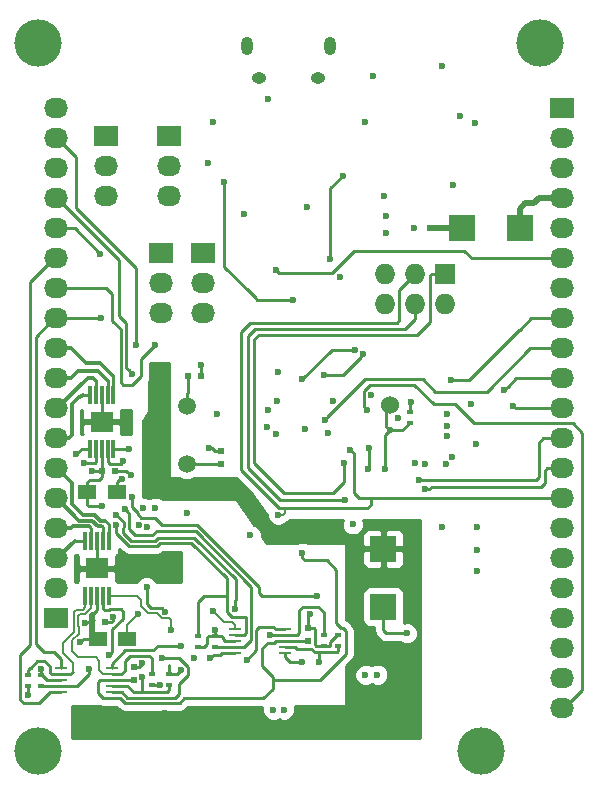
<source format=gbl>
G04 #@! TF.FileFunction,Copper,L4,Bot,Signal*
%FSLAX46Y46*%
G04 Gerber Fmt 4.6, Leading zero omitted, Abs format (unit mm)*
G04 Created by KiCad (PCBNEW 4.0.5) date Mon Feb 27 06:48:06 2017*
%MOMM*%
%LPD*%
G01*
G04 APERTURE LIST*
%ADD10C,0.100000*%
%ADD11R,1.100000X0.250000*%
%ADD12R,0.500000X0.600000*%
%ADD13R,1.500000X1.250000*%
%ADD14R,0.600000X0.500000*%
%ADD15R,2.160000X2.260000*%
%ADD16R,2.260000X2.160000*%
%ADD17R,2.032000X1.727200*%
%ADD18O,2.032000X1.727200*%
%ADD19O,1.250000X0.950000*%
%ADD20O,1.000000X1.550000*%
%ADD21R,1.727200X1.727200*%
%ADD22O,1.727200X1.727200*%
%ADD23R,0.600000X0.400000*%
%ADD24R,0.300000X1.650000*%
%ADD25R,1.980000X1.730000*%
%ADD26C,1.524000*%
%ADD27C,1.501140*%
%ADD28C,4.000000*%
%ADD29C,0.600000*%
%ADD30C,0.250000*%
%ADD31C,0.160000*%
%ADD32C,0.500000*%
%ADD33C,0.300000*%
%ADD34C,0.254000*%
G04 APERTURE END LIST*
D10*
D11*
X119150000Y-81650000D03*
X119150000Y-81150000D03*
X119150000Y-80650000D03*
X119150000Y-80150000D03*
X119150000Y-79650000D03*
X123450000Y-79650000D03*
X123450000Y-80150000D03*
X123450000Y-80650000D03*
X123450000Y-81150000D03*
X123450000Y-81650000D03*
D12*
X110600000Y-83950000D03*
X110600000Y-82850000D03*
X125350000Y-80650000D03*
X125350000Y-79550000D03*
D13*
X106700000Y-68050000D03*
X109200000Y-68050000D03*
X107550000Y-80500000D03*
X110050000Y-80500000D03*
D14*
X107100000Y-79000000D03*
X108200000Y-79000000D03*
X107900000Y-66250000D03*
X109000000Y-66250000D03*
D12*
X118000000Y-65650000D03*
X118000000Y-64550000D03*
D14*
X115200000Y-58250000D03*
X116300000Y-58250000D03*
D15*
X143300000Y-45700000D03*
X138400000Y-45700000D03*
D16*
X131750000Y-72850000D03*
X131750000Y-77750000D03*
D17*
X104000000Y-78740000D03*
D18*
X104000000Y-76200000D03*
X104000000Y-73660000D03*
X104000000Y-71120000D03*
X104000000Y-68580000D03*
X104000000Y-66040000D03*
X104000000Y-63500000D03*
X104000000Y-60960000D03*
X104000000Y-58420000D03*
X104000000Y-55880000D03*
X104000000Y-53340000D03*
X104000000Y-50800000D03*
X104000000Y-48260000D03*
X104000000Y-45720000D03*
X104000000Y-43180000D03*
X104000000Y-40640000D03*
X104000000Y-38100000D03*
X104000000Y-35560000D03*
D17*
X108300000Y-37860000D03*
D18*
X108300000Y-40400000D03*
X108300000Y-42940000D03*
D19*
X126200900Y-32962540D03*
X121200900Y-32962540D03*
D20*
X127200900Y-30262540D03*
X120200900Y-30262540D03*
D17*
X113600000Y-37860000D03*
D18*
X113600000Y-40400000D03*
X113600000Y-42940000D03*
D17*
X146900000Y-35560000D03*
D18*
X146900000Y-38100000D03*
X146900000Y-40640000D03*
X146900000Y-43180000D03*
X146900000Y-45720000D03*
X146900000Y-48260000D03*
X146900000Y-50800000D03*
X146900000Y-53340000D03*
X146900000Y-55880000D03*
X146900000Y-58420000D03*
X146900000Y-60960000D03*
X146900000Y-63500000D03*
X146900000Y-66040000D03*
X146900000Y-68580000D03*
X146900000Y-71120000D03*
X146900000Y-73660000D03*
X146900000Y-76200000D03*
X146900000Y-78740000D03*
X146900000Y-81280000D03*
X146900000Y-83820000D03*
X146900000Y-86360000D03*
D17*
X112900000Y-47800000D03*
D18*
X112900000Y-50340000D03*
X112900000Y-52880000D03*
D17*
X116500000Y-47820000D03*
D18*
X116500000Y-50360000D03*
X116500000Y-52900000D03*
D21*
X136940000Y-49600000D03*
D22*
X136940000Y-52140000D03*
X134400000Y-49600000D03*
X134400000Y-52140000D03*
X131860000Y-49600000D03*
X131860000Y-52140000D03*
D23*
X127900000Y-81050000D03*
X127900000Y-80150000D03*
X117500000Y-81150000D03*
X117500000Y-80250000D03*
X101650000Y-83550000D03*
X101650000Y-84450000D03*
X112150000Y-83450000D03*
X112150000Y-84350000D03*
X116050000Y-80250000D03*
X116050000Y-81150000D03*
X102750000Y-84450000D03*
X102750000Y-83550000D03*
X126700000Y-80150000D03*
X126700000Y-81050000D03*
X113600000Y-84350000D03*
X113600000Y-83450000D03*
X134000000Y-61250000D03*
X134000000Y-62150000D03*
D11*
X104450000Y-84950000D03*
X104450000Y-84450000D03*
X104450000Y-83950000D03*
X104450000Y-83450000D03*
X104450000Y-82950000D03*
X108750000Y-82950000D03*
X108750000Y-83450000D03*
X108750000Y-83950000D03*
X108750000Y-84450000D03*
X108750000Y-84950000D03*
D24*
X108900000Y-64400000D03*
X108400000Y-64400000D03*
X107900000Y-64400000D03*
X107400000Y-64400000D03*
X106900000Y-64400000D03*
X106900000Y-59800000D03*
X107400000Y-59800000D03*
X107900000Y-59800000D03*
X108400000Y-59800000D03*
X108900000Y-59800000D03*
D25*
X107900000Y-62100000D03*
D24*
X108500000Y-76800000D03*
X108000000Y-76800000D03*
X107500000Y-76800000D03*
X107000000Y-76800000D03*
X106500000Y-76800000D03*
X106500000Y-72200000D03*
X107000000Y-72200000D03*
X107500000Y-72200000D03*
X108000000Y-72200000D03*
X108500000Y-72200000D03*
D25*
X107500000Y-74500000D03*
D26*
X132300000Y-60700000D03*
D27*
X115100000Y-65640940D03*
X115100000Y-60759060D03*
D28*
X102500000Y-30000000D03*
X145000000Y-30000000D03*
X140000000Y-90000000D03*
X102500000Y-90000000D03*
D29*
X138250000Y-36200000D03*
X124900000Y-73200000D03*
X127050000Y-63050000D03*
X122750000Y-60300000D03*
X128100000Y-49850000D03*
X137050000Y-65700000D03*
X137600000Y-65100000D03*
X137150000Y-61450000D03*
X134100001Y-60418585D03*
X139550000Y-36800000D03*
X136700000Y-32000000D03*
X115100000Y-69800000D03*
X137650000Y-42050000D03*
X134350000Y-45700000D03*
X122000000Y-34750000D03*
X110950000Y-78350000D03*
X113550000Y-73350000D03*
X113550000Y-74000000D03*
X109650000Y-75350000D03*
X109650000Y-73650000D03*
X109650000Y-74550000D03*
X110000000Y-62800000D03*
X110000000Y-61450000D03*
X110000000Y-62100000D03*
X111059696Y-70795334D03*
X110374990Y-66622506D03*
X111705833Y-70974990D03*
X109600000Y-66950000D03*
X117500000Y-79700000D03*
X125500000Y-78400000D03*
X114600000Y-83100000D03*
X108903284Y-78575011D03*
X101650000Y-85250000D03*
X112799998Y-84350000D03*
X111315469Y-82525022D03*
X102750000Y-83000000D03*
X131250000Y-83500000D03*
X133750000Y-80000000D03*
X130225000Y-83525000D03*
X129150000Y-70775000D03*
X133023710Y-61733872D03*
X130700000Y-59800000D03*
X117650000Y-61400000D03*
X122000000Y-61100000D03*
X137150000Y-62450000D03*
X137141535Y-63261905D03*
X135252803Y-65636702D03*
X116300000Y-57300000D03*
X135700000Y-45700000D03*
X127500000Y-60300000D03*
X123350000Y-86450000D03*
X122400000Y-86500000D03*
X117000000Y-64300000D03*
X139200000Y-60600000D03*
X139600000Y-64000000D03*
X134400000Y-65600000D03*
X119982500Y-44517500D03*
X125300000Y-43900000D03*
X116900000Y-40200000D03*
X132000000Y-46100000D03*
X132000000Y-44700000D03*
X131800000Y-43000000D03*
X130900000Y-32800000D03*
X130200000Y-36700000D03*
X117300000Y-36700000D03*
X130400000Y-61100000D03*
X124100000Y-51750000D03*
X118250000Y-41750000D03*
X139700000Y-74700000D03*
X139700000Y-72950000D03*
X139700000Y-71000000D03*
X106449999Y-79103991D03*
X107950000Y-69250000D03*
X107050000Y-66250000D03*
X106100000Y-80750000D03*
X136750000Y-71000000D03*
X112450000Y-69350000D03*
X111400000Y-69350000D03*
X113250000Y-58000000D03*
X112450000Y-58150000D03*
X113100000Y-58800000D03*
X113250000Y-86775010D03*
X107000000Y-86750000D03*
X124850000Y-82450000D03*
X122800000Y-57900000D03*
X117300000Y-78100000D03*
X110474361Y-58024981D03*
X115702707Y-82125010D03*
X142748101Y-60741381D03*
X130060859Y-56378372D03*
X126700000Y-58100000D03*
X141971565Y-59428435D03*
X129349431Y-56012463D03*
X124900000Y-58500000D03*
X120200000Y-82250000D03*
X121900000Y-62525010D03*
X113049989Y-82050000D03*
X122700000Y-63150000D03*
X107800000Y-47900000D03*
X107850000Y-53300000D03*
X125100000Y-62700000D03*
X114600000Y-81050000D03*
X112400000Y-55600000D03*
X131875010Y-66125010D03*
X132300000Y-62800000D03*
X128500000Y-68700000D03*
X135250000Y-67750000D03*
X130425048Y-66108562D03*
X130500000Y-64300000D03*
X128400000Y-65600000D03*
X134750000Y-67000000D03*
X122850000Y-69950000D03*
X120500000Y-71700000D03*
X128950000Y-64450000D03*
X126800000Y-61900000D03*
X137450000Y-58550000D03*
X127270191Y-48325010D03*
X128300000Y-41300000D03*
X122650000Y-49200000D03*
X110795741Y-55547358D03*
X117113593Y-82125010D03*
X113300000Y-78150000D03*
X111700000Y-76100000D03*
X110450002Y-68450000D03*
X110250000Y-64400000D03*
X126150000Y-76850000D03*
X126300000Y-82450000D03*
X109843652Y-69451587D03*
X109750000Y-65400000D03*
X105750000Y-64850000D03*
X109150000Y-70850000D03*
X106800000Y-83050000D03*
X108550000Y-81800000D03*
X119228760Y-77974990D03*
X109150000Y-69950000D03*
X106410859Y-65592403D03*
X122150000Y-80150000D03*
X113800000Y-79750000D03*
X111350000Y-83700000D03*
D30*
X122400000Y-83700000D02*
X122400000Y-83950000D01*
X122400000Y-83950000D02*
X122400000Y-84700000D01*
X126950000Y-73800000D02*
X127750000Y-74600000D01*
X124900000Y-73200000D02*
X124900000Y-73624264D01*
X124900000Y-73624264D02*
X125075736Y-73800000D01*
X125075736Y-73800000D02*
X126950000Y-73800000D01*
X128350000Y-79550000D02*
X128600000Y-79800000D01*
X128600000Y-79800000D02*
X128600000Y-81750000D01*
X127750000Y-74600000D02*
X127750000Y-79150000D01*
X128150000Y-79550000D02*
X128350000Y-79550000D01*
X127750000Y-79150000D02*
X128150000Y-79550000D01*
X128600000Y-81750000D02*
X126400000Y-83950000D01*
X126400000Y-83950000D02*
X122400000Y-83950000D01*
X123450000Y-80650000D02*
X122650000Y-80650000D01*
X121500000Y-82800000D02*
X122400000Y-83700000D01*
X122650000Y-80650000D02*
X122500000Y-80800000D01*
X107750000Y-83950000D02*
X108750000Y-83950000D01*
X114500000Y-85900000D02*
X109900000Y-85900000D01*
X122500000Y-80800000D02*
X121950000Y-80800000D01*
X107989998Y-85450000D02*
X107550000Y-85010002D01*
X121950000Y-80800000D02*
X121500000Y-81250000D01*
X109450000Y-85450000D02*
X107989998Y-85450000D01*
X121600000Y-85500000D02*
X114900000Y-85500000D01*
X121500000Y-81250000D02*
X121500000Y-82800000D01*
X122400000Y-84700000D02*
X121600000Y-85500000D01*
X107550000Y-85010002D02*
X107550000Y-84150000D01*
X114900000Y-85500000D02*
X114500000Y-85900000D01*
X109900000Y-85900000D02*
X109450000Y-85450000D01*
X107550000Y-84150000D02*
X107750000Y-83950000D01*
X123450000Y-80650000D02*
X125350000Y-80650000D01*
X108750000Y-83950000D02*
X110600000Y-83950000D01*
X134000000Y-60500000D02*
X134081415Y-60418585D01*
X134081415Y-60418585D02*
X134100001Y-60418585D01*
X134000000Y-61250000D02*
X134000000Y-60500000D01*
D31*
X110050000Y-79250000D02*
X110950000Y-78350000D01*
X110050000Y-80500000D02*
X110050000Y-79250000D01*
D30*
X113550000Y-73575736D02*
X113550000Y-73350000D01*
X113550000Y-74000000D02*
X113550000Y-73575736D01*
X110624264Y-74000000D02*
X113550000Y-74000000D01*
X109650000Y-74550000D02*
X110074264Y-74550000D01*
X110074264Y-74550000D02*
X110624264Y-74000000D01*
X109650000Y-74550000D02*
X109650000Y-75350000D01*
X109650000Y-74125736D02*
X109650000Y-73650000D01*
X109650000Y-74550000D02*
X109650000Y-74125736D01*
X108790000Y-74550000D02*
X109650000Y-74550000D01*
X107500000Y-74500000D02*
X108740000Y-74500000D01*
X108740000Y-74500000D02*
X108790000Y-74550000D01*
X110000000Y-62100000D02*
X110000000Y-62800000D01*
X110000000Y-61675736D02*
X110000000Y-61450000D01*
X110000000Y-62100000D02*
X110000000Y-61675736D01*
X109140000Y-62100000D02*
X110000000Y-62100000D01*
X107900000Y-62100000D02*
X109140000Y-62100000D01*
X127250000Y-81050000D02*
X127250000Y-80700000D01*
X127250000Y-80700000D02*
X127800000Y-80150000D01*
X127800000Y-80150000D02*
X127900000Y-80150000D01*
X110074991Y-66322507D02*
X110374990Y-66622506D01*
X109000000Y-66250000D02*
X110002484Y-66250000D01*
X110002484Y-66250000D02*
X110074991Y-66322507D01*
X109425000Y-66950000D02*
X109600000Y-66950000D01*
X109200000Y-68050000D02*
X109200000Y-67175000D01*
X109200000Y-67175000D02*
X109425000Y-66950000D01*
X107900000Y-59950000D02*
X107900000Y-59800000D01*
X107900000Y-62100000D02*
X107900000Y-59950000D01*
X117500000Y-80250000D02*
X117500000Y-79700000D01*
X116050000Y-81150000D02*
X116600000Y-81150000D01*
X116850000Y-80900000D02*
X116850000Y-80350000D01*
X116600000Y-81150000D02*
X116850000Y-80900000D01*
X116850000Y-80350000D02*
X116950000Y-80250000D01*
X116950000Y-80250000D02*
X117500000Y-80250000D01*
X127250000Y-81050000D02*
X126700000Y-81050000D01*
X125350000Y-78550000D02*
X125500000Y-78400000D01*
X125350000Y-79550000D02*
X125350000Y-78550000D01*
X125950000Y-80950000D02*
X126050000Y-81050000D01*
X126050000Y-81050000D02*
X126700000Y-81050000D01*
X125950000Y-79650000D02*
X125950000Y-80950000D01*
X125350000Y-79550000D02*
X125850000Y-79550000D01*
X125850000Y-79550000D02*
X125950000Y-79650000D01*
X117500000Y-80250000D02*
X118050000Y-80250000D01*
X118050000Y-80250000D02*
X118200000Y-80400000D01*
X118200000Y-80400000D02*
X118200000Y-80500000D01*
X118200000Y-80500000D02*
X118350000Y-80650000D01*
X118350000Y-80650000D02*
X119150000Y-80650000D01*
X102750000Y-83550000D02*
X102850000Y-83550000D01*
X102850000Y-83550000D02*
X103250000Y-83950000D01*
X103250000Y-83950000D02*
X103650000Y-83950000D01*
X103650000Y-83950000D02*
X104450000Y-83950000D01*
X114250000Y-83450000D02*
X114600000Y-83100000D01*
X113600000Y-83450000D02*
X114250000Y-83450000D01*
X108903284Y-78846716D02*
X108903284Y-78575011D01*
X108750000Y-79000000D02*
X108903284Y-78846716D01*
X108200000Y-79000000D02*
X108750000Y-79000000D01*
X101650000Y-84450000D02*
X101650000Y-85250000D01*
X107500000Y-72200000D02*
X107500000Y-74500000D01*
X113600000Y-83000000D02*
X113600000Y-82700000D01*
X113600000Y-83450000D02*
X113600000Y-83000000D01*
X112700000Y-84350000D02*
X112799998Y-84350000D01*
X112150000Y-84350000D02*
X112700000Y-84350000D01*
X111315469Y-82634531D02*
X111315469Y-82525022D01*
X111100000Y-82850000D02*
X111315469Y-82634531D01*
X110600000Y-82850000D02*
X111100000Y-82850000D01*
X102750000Y-83550000D02*
X102750000Y-83000000D01*
X132000000Y-80000000D02*
X133750000Y-80000000D01*
X131750000Y-79750000D02*
X132000000Y-80000000D01*
X131750000Y-79080000D02*
X131750000Y-79750000D01*
X131750000Y-77750000D02*
X131750000Y-79080000D01*
X107700000Y-73800000D02*
X107724999Y-73775001D01*
X116300000Y-58250000D02*
X116300000Y-57300000D01*
D32*
X138400000Y-45700000D02*
X135700000Y-45700000D01*
D30*
X117250000Y-64300000D02*
X117000000Y-64300000D01*
X118000000Y-64550000D02*
X117500000Y-64550000D01*
X117500000Y-64550000D02*
X117250000Y-64300000D01*
X130100001Y-60800001D02*
X130400000Y-61100000D01*
X130074999Y-60774999D02*
X130100001Y-60800001D01*
X130074999Y-59499999D02*
X130074999Y-60774999D01*
X130599999Y-58974999D02*
X130074999Y-59499999D01*
X134374999Y-58974999D02*
X130599999Y-58974999D01*
X136000000Y-60600000D02*
X134374999Y-58974999D01*
X137800000Y-60600000D02*
X136000000Y-60600000D01*
X139400000Y-62200000D02*
X137800000Y-60600000D01*
X147800000Y-62200000D02*
X139400000Y-62200000D01*
X148600000Y-63000000D02*
X147800000Y-62200000D01*
X147052400Y-86360000D02*
X148600000Y-84812400D01*
X146900000Y-86360000D02*
X147052400Y-86360000D01*
X148600000Y-84812400D02*
X148600000Y-63000000D01*
X121050000Y-51750000D02*
X124100000Y-51750000D01*
X120850000Y-51550000D02*
X121050000Y-51750000D01*
X120850000Y-51550000D02*
X120900000Y-51600000D01*
X120350000Y-51050000D02*
X120850000Y-51550000D01*
X118250000Y-48950000D02*
X120350000Y-51050000D01*
X118250000Y-41750000D02*
X118250000Y-48950000D01*
X106449999Y-79100001D02*
X106449999Y-79103991D01*
X106550000Y-79000000D02*
X106449999Y-79100001D01*
X107100000Y-79000000D02*
X106550000Y-79000000D01*
X106850000Y-69250000D02*
X107950000Y-69250000D01*
X106700000Y-69100000D02*
X106850000Y-69250000D01*
X106700000Y-68925000D02*
X106700000Y-69100000D01*
X106700000Y-68050000D02*
X106700000Y-68925000D01*
X107350000Y-66250000D02*
X107050000Y-66250000D01*
X107900000Y-66250000D02*
X107350000Y-66250000D01*
X107700000Y-67000000D02*
X107900000Y-66800000D01*
X107900000Y-66800000D02*
X107900000Y-66250000D01*
X106875000Y-67000000D02*
X107700000Y-67000000D01*
X106700000Y-68050000D02*
X106700000Y-67175000D01*
X106700000Y-67175000D02*
X106875000Y-67000000D01*
X107900000Y-64400000D02*
X107900000Y-66250000D01*
X107500000Y-76800000D02*
X107500000Y-78011410D01*
X107500000Y-78011410D02*
X107250000Y-78261410D01*
X107250000Y-78261410D02*
X107250000Y-78311410D01*
X107250000Y-78311410D02*
X107100000Y-78461410D01*
X106500000Y-80450000D02*
X106400000Y-80450000D01*
X106400000Y-80450000D02*
X106100000Y-80750000D01*
X107550000Y-80500000D02*
X106550000Y-80500000D01*
X106550000Y-80500000D02*
X106500000Y-80450000D01*
X107100000Y-79000000D02*
X107250000Y-78850000D01*
D32*
X107100000Y-79050000D02*
X107100000Y-78461410D01*
X107100000Y-79000000D02*
X107100000Y-80050000D01*
D30*
X107100000Y-80050000D02*
X107550000Y-80500000D01*
X115100000Y-65640940D02*
X117990940Y-65640940D01*
X117990940Y-65640940D02*
X118000000Y-65650000D01*
X115200000Y-59597594D02*
X115200000Y-58250000D01*
X115100000Y-60759060D02*
X115100000Y-59697594D01*
X115100000Y-59697594D02*
X115200000Y-59597594D01*
X115090940Y-60750000D02*
X115100000Y-60759060D01*
X108900000Y-58200000D02*
X108900000Y-59800000D01*
D33*
X107800000Y-57100000D02*
X108900000Y-58200000D01*
X106536000Y-57100000D02*
X107800000Y-57100000D01*
X104000000Y-55880000D02*
X105316000Y-55880000D01*
X105316000Y-55880000D02*
X106536000Y-57100000D01*
D30*
X104000000Y-55880000D02*
X104152400Y-55880000D01*
X108400000Y-58650000D02*
X108400000Y-59800000D01*
D33*
X104000000Y-58420000D02*
X105316000Y-58420000D01*
X105316000Y-58420000D02*
X105936000Y-57800000D01*
X105936000Y-57800000D02*
X107550000Y-57800000D01*
X107550000Y-57800000D02*
X108400000Y-58650000D01*
D30*
X107400000Y-58600000D02*
X107400000Y-59800000D01*
D33*
X107200000Y-58400000D02*
X107400000Y-58600000D01*
X106712400Y-58400000D02*
X107200000Y-58400000D01*
X104152400Y-60960000D02*
X106712400Y-58400000D01*
X104000000Y-60960000D02*
X104152400Y-60960000D01*
D30*
X106300000Y-59800000D02*
X106900000Y-59800000D01*
D33*
X104000000Y-63500000D02*
X105100000Y-63500000D01*
X105400000Y-60550000D02*
X105400000Y-63200000D01*
X105400000Y-63200000D02*
X105100000Y-63500000D01*
X105950000Y-60000000D02*
X105400000Y-60550000D01*
X106100000Y-60000000D02*
X106300000Y-59800000D01*
X106100000Y-60000000D02*
X105950000Y-60000000D01*
X104000000Y-63500000D02*
X104152400Y-63500000D01*
D30*
X108500000Y-70750000D02*
X108500000Y-72200000D01*
X108200000Y-70450000D02*
X108500000Y-70750000D01*
D33*
X104000000Y-66040000D02*
X104152400Y-66040000D01*
X104152400Y-66040000D02*
X105412400Y-67300000D01*
X105412400Y-67300000D02*
X105412400Y-69012400D01*
X105412400Y-69012400D02*
X106350000Y-69950000D01*
X106350000Y-69950000D02*
X107350000Y-69950000D01*
X107350000Y-70000000D02*
X107800000Y-70450000D01*
X107350000Y-69950000D02*
X107350000Y-70000000D01*
X107800000Y-70450000D02*
X108200000Y-70450000D01*
D30*
X107950011Y-70950011D02*
X108000000Y-71000000D01*
X108000000Y-71000000D02*
X108000000Y-72200000D01*
X107875011Y-70950011D02*
X107950011Y-70950011D01*
D33*
X107592889Y-70950011D02*
X107875011Y-70950011D01*
X107092889Y-70450011D02*
X107592889Y-70950011D01*
X106022411Y-70450011D02*
X107092889Y-70450011D01*
X104152400Y-68580000D02*
X106022411Y-70450011D01*
X104000000Y-68580000D02*
X104152400Y-68580000D01*
D30*
X106842900Y-70950022D02*
X107000000Y-71107122D01*
X107000000Y-71107122D02*
X107000000Y-72200000D01*
D33*
X105485978Y-70950022D02*
X106842900Y-70950022D01*
X105316000Y-71120000D02*
X105485978Y-70950022D01*
X104000000Y-71120000D02*
X105316000Y-71120000D01*
D30*
X105612400Y-72200000D02*
X106500000Y-72200000D01*
D33*
X105612400Y-72200000D02*
X104152400Y-73660000D01*
X104152400Y-73660000D02*
X104000000Y-73660000D01*
D30*
X104140000Y-73800000D02*
X104000000Y-73660000D01*
D32*
X144500000Y-43600000D02*
X144920000Y-43180000D01*
X144920000Y-43180000D02*
X146900000Y-43180000D01*
X143770000Y-43600000D02*
X144500000Y-43600000D01*
X143300000Y-45700000D02*
X143300000Y-44070000D01*
X143300000Y-44070000D02*
X143770000Y-43600000D01*
X112450000Y-58150000D02*
X113100000Y-58150000D01*
X113100000Y-58150000D02*
X113250000Y-58000000D01*
X112450000Y-58150000D02*
X112874264Y-58150000D01*
X112874264Y-58150000D02*
X113024264Y-58000000D01*
X113100000Y-58800000D02*
X112450000Y-58150000D01*
X112550000Y-59350000D02*
X113100000Y-58800000D01*
X112550000Y-67300000D02*
X112550000Y-59350000D01*
X113200000Y-67950000D02*
X112550000Y-67300000D01*
X119600000Y-67950000D02*
X113200000Y-67950000D01*
X119600000Y-68750000D02*
X119600000Y-67950000D01*
X122300000Y-71450000D02*
X119600000Y-68750000D01*
X127900000Y-71450000D02*
X122300000Y-71450000D01*
X129300000Y-72850000D02*
X127900000Y-71450000D01*
X131750000Y-72850000D02*
X129300000Y-72850000D01*
X131750000Y-72850000D02*
X130120000Y-72850000D01*
X130120000Y-72850000D02*
X129225010Y-71955010D01*
D30*
X123875000Y-82450000D02*
X124850000Y-82450000D01*
X123450000Y-81650000D02*
X123450000Y-82025000D01*
X123450000Y-82025000D02*
X123875000Y-82450000D01*
D31*
X118250000Y-79050000D02*
X117300000Y-78100000D01*
X118900000Y-79050000D02*
X118250000Y-79050000D01*
X119150000Y-79300000D02*
X118900000Y-79050000D01*
X119150000Y-79650000D02*
X119150000Y-79300000D01*
D30*
X110174362Y-57724982D02*
X110474361Y-58024981D01*
X104000000Y-43180000D02*
X104152400Y-43180000D01*
X109400000Y-48427600D02*
X109400000Y-53150000D01*
X109400000Y-53150000D02*
X109977033Y-53727033D01*
X104152400Y-43180000D02*
X109400000Y-48427600D01*
X109977033Y-53727033D02*
X109977033Y-57527653D01*
X109977033Y-57527653D02*
X110174362Y-57724982D01*
X146900000Y-60960000D02*
X142966720Y-60960000D01*
X142966720Y-60960000D02*
X142748101Y-60741381D01*
X129760860Y-56678371D02*
X130060859Y-56378372D01*
X126700000Y-58100000D02*
X128339231Y-58100000D01*
X128339231Y-58100000D02*
X129760860Y-56678371D01*
X146900000Y-58420000D02*
X142980000Y-58420000D01*
X142271564Y-59128436D02*
X141971565Y-59428435D01*
X142980000Y-58420000D02*
X142271564Y-59128436D01*
X128925167Y-56012463D02*
X129349431Y-56012463D01*
X127387537Y-56012463D02*
X128925167Y-56012463D01*
X124900000Y-58500000D02*
X127387537Y-56012463D01*
X121000000Y-81450000D02*
X120200000Y-82250000D01*
X121000000Y-79700000D02*
X121000000Y-81450000D01*
X121250000Y-79450000D02*
X121000000Y-79700000D01*
X122450000Y-79450000D02*
X121250000Y-79450000D01*
X123450000Y-79650000D02*
X122650000Y-79650000D01*
X122650000Y-79650000D02*
X122450000Y-79450000D01*
X113474253Y-82050000D02*
X113049989Y-82050000D01*
X114475004Y-82050000D02*
X113474253Y-82050000D01*
X115250000Y-83500000D02*
X115250000Y-82824996D01*
X114100011Y-85449989D02*
X114450000Y-85100000D01*
X115250000Y-82824996D02*
X114475004Y-82050000D01*
X114450000Y-85100000D02*
X114450000Y-84300000D01*
X109586410Y-84950000D02*
X110086399Y-85449989D01*
X108750000Y-84950000D02*
X109586410Y-84950000D01*
X114450000Y-84300000D02*
X115250000Y-83500000D01*
X110086399Y-85449989D02*
X114100011Y-85449989D01*
X107800000Y-47900000D02*
X105620000Y-45720000D01*
X105620000Y-45720000D02*
X104000000Y-45720000D01*
X104450000Y-84950000D02*
X103550000Y-84950000D01*
X101000000Y-85600000D02*
X101000000Y-81800000D01*
X103550000Y-84950000D02*
X102600000Y-85900000D01*
X101300000Y-85900000D02*
X101000000Y-85600000D01*
X102600000Y-85900000D02*
X101300000Y-85900000D01*
X101000000Y-81800000D02*
X101850000Y-80950000D01*
X101850000Y-80950000D02*
X101850000Y-50257600D01*
X101850000Y-50257600D02*
X103847600Y-48260000D01*
X103847600Y-48260000D02*
X104000000Y-48260000D01*
X107240000Y-53340000D02*
X107810000Y-53340000D01*
X107810000Y-53340000D02*
X107850000Y-53300000D01*
X104000000Y-53340000D02*
X103847600Y-53340000D01*
X103847600Y-53340000D02*
X102300000Y-54887600D01*
X102300000Y-54887600D02*
X102300000Y-80900000D01*
X102300000Y-80900000D02*
X103000000Y-81600000D01*
X103000000Y-81600000D02*
X103850000Y-81600000D01*
X103850000Y-81600000D02*
X104450000Y-82200000D01*
X104450000Y-82200000D02*
X104450000Y-82950000D01*
X107240000Y-53340000D02*
X104000000Y-53340000D01*
X104000000Y-50800000D02*
X108300000Y-50800000D01*
X108300000Y-50800000D02*
X108800000Y-51300000D01*
X108800000Y-51300000D02*
X108800000Y-53550000D01*
X108800000Y-53550000D02*
X109500000Y-54250000D01*
X109500000Y-54250000D02*
X109500000Y-58750000D01*
X109500000Y-58750000D02*
X109750000Y-59000000D01*
X109750000Y-59000000D02*
X110500000Y-59000000D01*
X110500000Y-59000000D02*
X111250000Y-58250000D01*
X111250000Y-58250000D02*
X111250000Y-56750000D01*
X111250000Y-56750000D02*
X112400000Y-55600000D01*
X112249999Y-81450001D02*
X112650000Y-81050000D01*
X112650000Y-81050000D02*
X114600000Y-81050000D01*
X108750000Y-82950000D02*
X108750000Y-82575000D01*
X108750000Y-82575000D02*
X109874999Y-81450001D01*
X109874999Y-81450001D02*
X112249999Y-81450001D01*
X133350000Y-62800000D02*
X134000000Y-62150000D01*
X132300000Y-62800000D02*
X133350000Y-62800000D01*
X132300000Y-62800000D02*
X132000001Y-62500001D01*
X132000001Y-62500001D02*
X132000001Y-60999999D01*
X132000001Y-60999999D02*
X132300000Y-60700000D01*
X131875010Y-65700746D02*
X131875010Y-66125010D01*
X131875010Y-63224990D02*
X131875010Y-65700746D01*
X132300000Y-62800000D02*
X131875010Y-63224990D01*
X135250000Y-67750000D02*
X135674264Y-67750000D01*
X145400000Y-67300000D02*
X145400000Y-66240000D01*
X135674264Y-67750000D02*
X135824264Y-67600000D01*
X135824264Y-67600000D02*
X145100000Y-67600000D01*
X145100000Y-67600000D02*
X145400000Y-67300000D01*
X145400000Y-66240000D02*
X145600000Y-66040000D01*
X145600000Y-66040000D02*
X146900000Y-66040000D01*
X123000000Y-68700000D02*
X128500000Y-68700000D01*
X120900000Y-66600000D02*
X123000000Y-68700000D01*
X120300000Y-66000000D02*
X120900000Y-66600000D01*
X120300000Y-54800000D02*
X120300000Y-66000000D01*
X120900000Y-54200000D02*
X120300000Y-54800000D01*
X133561314Y-54200000D02*
X120900000Y-54200000D01*
X134400000Y-52140000D02*
X134400000Y-53361314D01*
X134400000Y-53361314D02*
X133561314Y-54200000D01*
X130500000Y-66033610D02*
X130425048Y-66108562D01*
X130500000Y-64300000D02*
X130500000Y-66033610D01*
X130400000Y-64200000D02*
X130500000Y-64300000D01*
X134750000Y-67000000D02*
X144700000Y-67000000D01*
X144700000Y-67000000D02*
X144900000Y-66800000D01*
X145250000Y-63500000D02*
X146900000Y-63500000D01*
X144900000Y-66800000D02*
X144900000Y-63850000D01*
X144900000Y-63850000D02*
X145250000Y-63500000D01*
X128400000Y-65600000D02*
X128400000Y-67200000D01*
X121200000Y-54700000D02*
X134600000Y-54700000D01*
X134600000Y-54700000D02*
X135700000Y-53600000D01*
X128400000Y-67200000D02*
X127500000Y-68100000D01*
X123300000Y-68100000D02*
X120800000Y-65600000D01*
X127500000Y-68100000D02*
X123300000Y-68100000D01*
X120800000Y-65600000D02*
X120800000Y-55100000D01*
X120800000Y-55100000D02*
X121200000Y-54700000D01*
X135700000Y-53600000D02*
X135700000Y-49726400D01*
X135700000Y-49726400D02*
X135826400Y-49600000D01*
X135826400Y-49600000D02*
X136940000Y-49600000D01*
X122900000Y-69400000D02*
X123500000Y-69400000D01*
X123500000Y-69400000D02*
X130400000Y-69400000D01*
D31*
X123450000Y-69774264D02*
X123450000Y-69450000D01*
X123450000Y-69450000D02*
X123500000Y-69400000D01*
X122850000Y-69950000D02*
X123274264Y-69950000D01*
X123274264Y-69950000D02*
X123450000Y-69774264D01*
D30*
X129700000Y-68580000D02*
X130700000Y-68580000D01*
X130700000Y-68580000D02*
X145634000Y-68580000D01*
X134400000Y-49600000D02*
X133100000Y-50900000D01*
X130400000Y-69400000D02*
X130700000Y-69100000D01*
X130700000Y-69100000D02*
X130700000Y-68580000D01*
X133100000Y-50900000D02*
X133100000Y-53500000D01*
X133100000Y-53500000D02*
X132900000Y-53700000D01*
X132900000Y-53700000D02*
X120500000Y-53700000D01*
X120500000Y-53700000D02*
X119700000Y-54500000D01*
X119700000Y-54500000D02*
X119700000Y-66200000D01*
X119700000Y-66200000D02*
X122900000Y-69400000D01*
X145634000Y-68580000D02*
X146900000Y-68580000D01*
X128950000Y-64450000D02*
X129249999Y-64749999D01*
X129249999Y-68129999D02*
X129700000Y-68580000D01*
X129249999Y-64749999D02*
X129249999Y-68129999D01*
X127099999Y-61600001D02*
X126800000Y-61900000D01*
X130200000Y-58500000D02*
X127099999Y-61600001D01*
X135100000Y-58500000D02*
X130200000Y-58500000D01*
X136150000Y-59550000D02*
X135100000Y-58500000D01*
X140500000Y-59550000D02*
X136150000Y-59550000D01*
X144170000Y-55880000D02*
X140500000Y-59550000D01*
X146900000Y-55880000D02*
X144170000Y-55880000D01*
X143300000Y-54300000D02*
X144260000Y-53340000D01*
X144260000Y-53340000D02*
X146900000Y-53340000D01*
X143250000Y-54300000D02*
X143300000Y-54300000D01*
X137450000Y-58550000D02*
X139000000Y-58550000D01*
X139000000Y-58550000D02*
X143250000Y-54300000D01*
X127270191Y-47900746D02*
X127270191Y-48325010D01*
X127270191Y-42329809D02*
X127270191Y-47900746D01*
X128300000Y-41300000D02*
X127270191Y-42329809D01*
X146900000Y-48260000D02*
X139260000Y-48260000D01*
X139260000Y-48260000D02*
X138600000Y-47600000D01*
X138600000Y-47600000D02*
X129300000Y-47600000D01*
X129300000Y-47600000D02*
X127400000Y-49500000D01*
X127400000Y-49500000D02*
X122949999Y-49499999D01*
X122949999Y-49499999D02*
X122650000Y-49200000D01*
X104152400Y-38100000D02*
X105700000Y-39647600D01*
X110795741Y-55123094D02*
X110795741Y-55547358D01*
X110795741Y-49045741D02*
X110795741Y-55123094D01*
X105700000Y-43950000D02*
X110795741Y-49045741D01*
X105700000Y-39647600D02*
X105700000Y-43950000D01*
X104000000Y-38100000D02*
X104152400Y-38100000D01*
X117924989Y-81825011D02*
X118100000Y-81650000D01*
X118100000Y-81650000D02*
X119150000Y-81650000D01*
X117113593Y-82125010D02*
X117413592Y-81825011D01*
X117413592Y-81825011D02*
X117924989Y-81825011D01*
X113300000Y-78150000D02*
X113000001Y-77850001D01*
X113000001Y-77850001D02*
X112050001Y-77850001D01*
X112050001Y-77850001D02*
X111700000Y-77500000D01*
X111700000Y-77500000D02*
X111700000Y-76100000D01*
X126350000Y-81600000D02*
X127800000Y-81600000D01*
X127800000Y-81600000D02*
X127900000Y-81500000D01*
X127900000Y-81500000D02*
X127900000Y-81050000D01*
X110450002Y-68450000D02*
X110450002Y-69300002D01*
X112400000Y-70200000D02*
X113050000Y-70850000D01*
X110450002Y-69300002D02*
X110950000Y-69800000D01*
X111250000Y-70200000D02*
X112400000Y-70200000D01*
X110950000Y-69800000D02*
X110950000Y-69900000D01*
X110950000Y-69900000D02*
X111250000Y-70200000D01*
X121250000Y-76100000D02*
X121250000Y-76600000D01*
X113050000Y-70850000D02*
X116000000Y-70850000D01*
X116000000Y-70850000D02*
X121250000Y-76100000D01*
X121250000Y-76600000D02*
X121500000Y-76850000D01*
X121500000Y-76850000D02*
X126150000Y-76850000D01*
X108900000Y-64400000D02*
X110250000Y-64400000D01*
X125950000Y-81600000D02*
X126350000Y-81600000D01*
X126300000Y-82450000D02*
X126300000Y-81650000D01*
X126300000Y-81650000D02*
X126350000Y-81600000D01*
X125650000Y-81300000D02*
X125950000Y-81600000D01*
X124400000Y-81300000D02*
X125650000Y-81300000D01*
X123450000Y-81150000D02*
X124250000Y-81150000D01*
X124250000Y-81150000D02*
X124400000Y-81300000D01*
X110250001Y-69857936D02*
X110143651Y-69751586D01*
X110750002Y-71700000D02*
X110250001Y-71199999D01*
X112550000Y-71350000D02*
X112200000Y-71700000D01*
X110250001Y-71199999D02*
X110250001Y-69857936D01*
X115850000Y-71350000D02*
X112550000Y-71350000D01*
X120549989Y-76950000D02*
X120549989Y-76049989D01*
X112200000Y-71700000D02*
X110750002Y-71700000D01*
X110143651Y-69751586D02*
X109843652Y-69451587D01*
X120549989Y-76049989D02*
X115850000Y-71350000D01*
X109500000Y-65650000D02*
X109750000Y-65400000D01*
X108575000Y-65650000D02*
X109500000Y-65650000D01*
X108400000Y-64400000D02*
X108400000Y-65475000D01*
X108400000Y-65475000D02*
X108575000Y-65650000D01*
X120549989Y-76950000D02*
X120549989Y-76800011D01*
X120549989Y-79150000D02*
X120549989Y-76950000D01*
X120549989Y-79150000D02*
X120549989Y-80550011D01*
X120549989Y-79000000D02*
X120549989Y-79150000D01*
X119950000Y-81150000D02*
X119150000Y-81150000D01*
X120549989Y-80550011D02*
X119950000Y-81150000D01*
X117500000Y-81150000D02*
X119150000Y-81150000D01*
D31*
X106500000Y-76800000D02*
X106500000Y-77785000D01*
X106500000Y-77785000D02*
X106285000Y-78000000D01*
X106285000Y-78000000D02*
X105700000Y-78000000D01*
X105700000Y-78000000D02*
X105550000Y-78150000D01*
X105550000Y-78150000D02*
X105550000Y-79850000D01*
X105550000Y-79850000D02*
X104600000Y-80800000D01*
X104600000Y-80800000D02*
X104600000Y-81700000D01*
X104600000Y-81700000D02*
X105450000Y-82550000D01*
X105450000Y-82550000D02*
X105450000Y-83250000D01*
D30*
X105250000Y-83450000D02*
X105450000Y-83250000D01*
X104450000Y-83450000D02*
X105250000Y-83450000D01*
X101650000Y-83550000D02*
X101650000Y-83100000D01*
X101650000Y-83100000D02*
X101850000Y-82900000D01*
X101850000Y-82900000D02*
X101900000Y-82900000D01*
X101900000Y-82900000D02*
X102450000Y-82350000D01*
X103500000Y-83300000D02*
X103650000Y-83450000D01*
X102450000Y-82350000D02*
X103050000Y-82350000D01*
X103050000Y-82350000D02*
X103500000Y-82800000D01*
X103500000Y-82800000D02*
X103500000Y-83300000D01*
X103650000Y-83450000D02*
X104450000Y-83450000D01*
D31*
X105950000Y-80050000D02*
X105950000Y-79500000D01*
X105950000Y-79500000D02*
X105950000Y-79350000D01*
X106050000Y-78350000D02*
X105909998Y-78490002D01*
X105909998Y-79363192D02*
X105950000Y-79403194D01*
X105909998Y-78490002D02*
X105909998Y-79363192D01*
X105950000Y-79403194D02*
X105950000Y-79500000D01*
X106500000Y-78350000D02*
X106050000Y-78350000D01*
X106975000Y-77875000D02*
X106500000Y-78350000D01*
X107000000Y-77875000D02*
X106975000Y-77875000D01*
X105400000Y-80600000D02*
X105950000Y-80050000D01*
X105400000Y-81500000D02*
X105400000Y-80600000D01*
X105900000Y-82000000D02*
X105400000Y-81500000D01*
X107400000Y-82000000D02*
X105900000Y-82000000D01*
X107700000Y-82300000D02*
X107400000Y-82000000D01*
X107700000Y-83110000D02*
X107700000Y-82300000D01*
X108750000Y-83450000D02*
X108040000Y-83450000D01*
X108040000Y-83450000D02*
X107700000Y-83110000D01*
X107000000Y-76800000D02*
X107000000Y-77875000D01*
D30*
X109850000Y-82350000D02*
X110299988Y-81900012D01*
X112150000Y-83000000D02*
X112150000Y-83450000D01*
X110299988Y-81900012D02*
X111950012Y-81900012D01*
X112150000Y-82100000D02*
X112150000Y-83000000D01*
X111950012Y-81900012D02*
X112150000Y-82100000D01*
X109850000Y-83150000D02*
X109850000Y-82350000D01*
X108750000Y-83450000D02*
X109550000Y-83450000D01*
X109550000Y-83450000D02*
X109850000Y-83150000D01*
X118500000Y-78200000D02*
X118500000Y-76850000D01*
X118500000Y-76850000D02*
X118500000Y-75350000D01*
X116050000Y-80250000D02*
X116050000Y-77350000D01*
X116050000Y-77350000D02*
X116550000Y-76850000D01*
X116550000Y-76850000D02*
X118500000Y-76850000D01*
X119150000Y-80150000D02*
X119950000Y-80150000D01*
X119950000Y-80150000D02*
X120099978Y-80000022D01*
X120099978Y-80000022D02*
X120099978Y-78649978D01*
X120099978Y-78649978D02*
X120050000Y-78600000D01*
X112822802Y-72350020D02*
X112572800Y-72600022D01*
X120050000Y-78600000D02*
X118900000Y-78600000D01*
X118900000Y-78600000D02*
X118500000Y-78200000D01*
X118500000Y-75350000D02*
X115500020Y-72350020D01*
X115500020Y-72350020D02*
X112822802Y-72350020D01*
X109150000Y-71274264D02*
X109150000Y-70850000D01*
X112572800Y-72600022D02*
X110227200Y-72600022D01*
X110227200Y-72600022D02*
X109150000Y-71522822D01*
X109150000Y-71522822D02*
X109150000Y-71274264D01*
X105750000Y-64850000D02*
X106200000Y-64400000D01*
X106200000Y-64400000D02*
X106900000Y-64400000D01*
X106800000Y-83050000D02*
X106800000Y-83474264D01*
X106800000Y-83474264D02*
X105824264Y-84450000D01*
X105824264Y-84450000D02*
X105250000Y-84450000D01*
X105250000Y-84450000D02*
X104450000Y-84450000D01*
X108800000Y-81400000D02*
X108800000Y-81550000D01*
X108800000Y-81550000D02*
X108550000Y-81800000D01*
X108800000Y-79650000D02*
X108800000Y-81400000D01*
X109700000Y-78750000D02*
X108800000Y-79650000D01*
X109700000Y-78150000D02*
X109700000Y-78750000D01*
X109500001Y-77950001D02*
X109700000Y-78150000D01*
X108599999Y-77950001D02*
X109500001Y-77950001D01*
X108550000Y-78000000D02*
X108599999Y-77950001D01*
X108125000Y-78000000D02*
X108550000Y-78000000D01*
X108000000Y-76800000D02*
X108000000Y-77875000D01*
X108000000Y-77875000D02*
X108125000Y-78000000D01*
X102750000Y-84450000D02*
X104450000Y-84450000D01*
X119228760Y-77550726D02*
X119228760Y-77974990D01*
X119228760Y-77171240D02*
X119228760Y-77550726D01*
X119250000Y-77150000D02*
X119228760Y-77171240D01*
X119250000Y-75400000D02*
X119250000Y-77150000D01*
X115750009Y-71900009D02*
X119250000Y-75400000D01*
X112636402Y-71900009D02*
X115750009Y-71900009D01*
X109749991Y-71486401D02*
X110413600Y-72150011D01*
X109799991Y-71013599D02*
X109749991Y-71063599D01*
X110413600Y-72150011D02*
X112386400Y-72150011D01*
X109150000Y-69950000D02*
X109799991Y-70599991D01*
X109749991Y-71063599D02*
X109749991Y-71486401D01*
X112386400Y-72150011D02*
X112636402Y-71900009D01*
X109799991Y-70599991D02*
X109799991Y-71013599D01*
X119250000Y-77150000D02*
X119250000Y-76850000D01*
X107325000Y-65550000D02*
X106453262Y-65550000D01*
X106453262Y-65550000D02*
X106410859Y-65592403D01*
X107400000Y-64400000D02*
X107400000Y-65475000D01*
X107400000Y-65475000D02*
X107325000Y-65550000D01*
X123450000Y-80150000D02*
X122150000Y-80150000D01*
X126250000Y-77750000D02*
X126700000Y-78200000D01*
X126700000Y-78200000D02*
X126700000Y-80150000D01*
X124950000Y-77750000D02*
X126250000Y-77750000D01*
X124650000Y-78050000D02*
X124950000Y-77750000D01*
X124650000Y-79950000D02*
X124650000Y-78050000D01*
X124450000Y-80150000D02*
X124650000Y-79950000D01*
X123450000Y-80150000D02*
X124450000Y-80150000D01*
D31*
X108500000Y-76800000D02*
X110900000Y-76800000D01*
X110900000Y-76800000D02*
X111250000Y-77150000D01*
X111250000Y-77150000D02*
X111250000Y-77650000D01*
X111250000Y-77650000D02*
X111850000Y-78250000D01*
X112600000Y-78250000D02*
X113050000Y-78700000D01*
X111850000Y-78250000D02*
X112600000Y-78250000D01*
X113050000Y-78700000D02*
X113600000Y-78700000D01*
X113600000Y-78700000D02*
X113800000Y-78900000D01*
X113800000Y-78900000D02*
X113800000Y-79750000D01*
D30*
X111300000Y-84999989D02*
X113400011Y-84999989D01*
X110636400Y-84999989D02*
X111300000Y-84999989D01*
X111300000Y-84999989D02*
X111300000Y-83750000D01*
X111300000Y-83750000D02*
X111350000Y-83700000D01*
X113600000Y-84800000D02*
X113600000Y-84350000D01*
X110086411Y-84450000D02*
X110636400Y-84999989D01*
X108750000Y-84450000D02*
X110086411Y-84450000D01*
X113400011Y-84999989D02*
X113600000Y-84800000D01*
D34*
G36*
X113623000Y-66750000D02*
X113633006Y-66799410D01*
X113661447Y-66841035D01*
X113703841Y-66868315D01*
X113750000Y-66877000D01*
X114463705Y-66877000D01*
X114823184Y-67026269D01*
X115374398Y-67026750D01*
X115736821Y-66877000D01*
X119302198Y-66877000D01*
X120640759Y-68215561D01*
X121914956Y-69999437D01*
X121914838Y-70135167D01*
X122056883Y-70478943D01*
X122319673Y-70742192D01*
X122663201Y-70884838D01*
X123035167Y-70885162D01*
X123378943Y-70743117D01*
X123502718Y-70619558D01*
X123547883Y-70610574D01*
X123779845Y-70455581D01*
X123858426Y-70377000D01*
X128302861Y-70377000D01*
X128215162Y-70588201D01*
X128214838Y-70960167D01*
X128356883Y-71303943D01*
X128619673Y-71567192D01*
X128963201Y-71709838D01*
X129335167Y-71710162D01*
X129496039Y-71643691D01*
X129985000Y-71643691D01*
X129985000Y-72564250D01*
X130143750Y-72723000D01*
X131623000Y-72723000D01*
X131623000Y-71293750D01*
X131877000Y-71293750D01*
X131877000Y-72723000D01*
X133356250Y-72723000D01*
X133515000Y-72564250D01*
X133515000Y-71643691D01*
X133418327Y-71410302D01*
X133239699Y-71231673D01*
X133006310Y-71135000D01*
X132035750Y-71135000D01*
X131877000Y-71293750D01*
X131623000Y-71293750D01*
X131464250Y-71135000D01*
X130493690Y-71135000D01*
X130260301Y-71231673D01*
X130081673Y-71410302D01*
X129985000Y-71643691D01*
X129496039Y-71643691D01*
X129678943Y-71568117D01*
X129942192Y-71305327D01*
X130084838Y-70961799D01*
X130085162Y-70589833D01*
X129997221Y-70377000D01*
X134873000Y-70377000D01*
X134873000Y-88873000D01*
X105377000Y-88873000D01*
X105377000Y-86127000D01*
X107661522Y-86127000D01*
X107699159Y-86152148D01*
X107989998Y-86210000D01*
X109135198Y-86210000D01*
X109362599Y-86437401D01*
X109609161Y-86602148D01*
X109900000Y-86660000D01*
X114500000Y-86660000D01*
X114790839Y-86602148D01*
X115037401Y-86437401D01*
X115214802Y-86260000D01*
X121487253Y-86260000D01*
X121465162Y-86313201D01*
X121464838Y-86685167D01*
X121606883Y-87028943D01*
X121869673Y-87292192D01*
X122213201Y-87434838D01*
X122585167Y-87435162D01*
X122928943Y-87293117D01*
X122932871Y-87289196D01*
X123163201Y-87384838D01*
X123535167Y-87385162D01*
X123878943Y-87243117D01*
X124142192Y-86980327D01*
X124284838Y-86636799D01*
X124285162Y-86264833D01*
X124228211Y-86127000D01*
X128500000Y-86127000D01*
X128549410Y-86116994D01*
X128591035Y-86088553D01*
X128618315Y-86046159D01*
X128627000Y-86000000D01*
X128627000Y-83710167D01*
X129289838Y-83710167D01*
X129431883Y-84053943D01*
X129694673Y-84317192D01*
X130038201Y-84459838D01*
X130410167Y-84460162D01*
X130753943Y-84318117D01*
X130762217Y-84309858D01*
X131063201Y-84434838D01*
X131435167Y-84435162D01*
X131778943Y-84293117D01*
X132042192Y-84030327D01*
X132184838Y-83686799D01*
X132185162Y-83314833D01*
X132043117Y-82971057D01*
X131780327Y-82707808D01*
X131436799Y-82565162D01*
X131064833Y-82564838D01*
X130721057Y-82706883D01*
X130712783Y-82715142D01*
X130411799Y-82590162D01*
X130039833Y-82589838D01*
X129696057Y-82731883D01*
X129432808Y-82994673D01*
X129290162Y-83338201D01*
X129289838Y-83710167D01*
X128627000Y-83710167D01*
X128627000Y-82797802D01*
X129137401Y-82287401D01*
X129302148Y-82040839D01*
X129360000Y-81750000D01*
X129360000Y-79800000D01*
X129339681Y-79697852D01*
X129302148Y-79509160D01*
X129137401Y-79262599D01*
X128887401Y-79012599D01*
X128640839Y-78847852D01*
X128627000Y-78845099D01*
X128627000Y-76670000D01*
X129972560Y-76670000D01*
X129972560Y-78830000D01*
X130016838Y-79065317D01*
X130155910Y-79281441D01*
X130368110Y-79426431D01*
X130620000Y-79477440D01*
X130990000Y-79477440D01*
X130990000Y-79750000D01*
X131047852Y-80040839D01*
X131212599Y-80287401D01*
X131462599Y-80537401D01*
X131709160Y-80702148D01*
X132000000Y-80760000D01*
X133187537Y-80760000D01*
X133219673Y-80792192D01*
X133563201Y-80934838D01*
X133935167Y-80935162D01*
X134278943Y-80793117D01*
X134542192Y-80530327D01*
X134684838Y-80186799D01*
X134685162Y-79814833D01*
X134543117Y-79471057D01*
X134280327Y-79207808D01*
X133936799Y-79065162D01*
X133564833Y-79064838D01*
X133457890Y-79109026D01*
X133476431Y-79081890D01*
X133527440Y-78830000D01*
X133527440Y-76670000D01*
X133483162Y-76434683D01*
X133344090Y-76218559D01*
X133131890Y-76073569D01*
X132880000Y-76022560D01*
X130620000Y-76022560D01*
X130384683Y-76066838D01*
X130168559Y-76205910D01*
X130023569Y-76418110D01*
X129972560Y-76670000D01*
X128627000Y-76670000D01*
X128627000Y-73135750D01*
X129985000Y-73135750D01*
X129985000Y-74056309D01*
X130081673Y-74289698D01*
X130260301Y-74468327D01*
X130493690Y-74565000D01*
X131464250Y-74565000D01*
X131623000Y-74406250D01*
X131623000Y-72977000D01*
X131877000Y-72977000D01*
X131877000Y-74406250D01*
X132035750Y-74565000D01*
X133006310Y-74565000D01*
X133239699Y-74468327D01*
X133418327Y-74289698D01*
X133515000Y-74056309D01*
X133515000Y-73135750D01*
X133356250Y-72977000D01*
X131877000Y-72977000D01*
X131623000Y-72977000D01*
X130143750Y-72977000D01*
X129985000Y-73135750D01*
X128627000Y-73135750D01*
X128627000Y-72500000D01*
X128616994Y-72450590D01*
X128588553Y-72408965D01*
X128546159Y-72381685D01*
X128500000Y-72373000D01*
X125346500Y-72373000D01*
X125086799Y-72265162D01*
X124714833Y-72264838D01*
X124453060Y-72373000D01*
X121817968Y-72373000D01*
X121434915Y-71798420D01*
X121435162Y-71514833D01*
X121293117Y-71171057D01*
X121030327Y-70907808D01*
X120768767Y-70799198D01*
X119355670Y-68679553D01*
X119319937Y-68643992D01*
X119250000Y-68623000D01*
X113045405Y-68623000D01*
X112980327Y-68557808D01*
X112636799Y-68415162D01*
X112264833Y-68414838D01*
X111924587Y-68555424D01*
X111586799Y-68415162D01*
X111385033Y-68414986D01*
X111385164Y-68264833D01*
X111377000Y-68245075D01*
X111377000Y-62038452D01*
X111855670Y-61320447D01*
X111877000Y-61250000D01*
X111877000Y-58653307D01*
X111952148Y-58540840D01*
X112010000Y-58250000D01*
X112010000Y-57127000D01*
X113623000Y-57127000D01*
X113623000Y-66750000D01*
X113623000Y-66750000D01*
G37*
X113623000Y-66750000D02*
X113633006Y-66799410D01*
X113661447Y-66841035D01*
X113703841Y-66868315D01*
X113750000Y-66877000D01*
X114463705Y-66877000D01*
X114823184Y-67026269D01*
X115374398Y-67026750D01*
X115736821Y-66877000D01*
X119302198Y-66877000D01*
X120640759Y-68215561D01*
X121914956Y-69999437D01*
X121914838Y-70135167D01*
X122056883Y-70478943D01*
X122319673Y-70742192D01*
X122663201Y-70884838D01*
X123035167Y-70885162D01*
X123378943Y-70743117D01*
X123502718Y-70619558D01*
X123547883Y-70610574D01*
X123779845Y-70455581D01*
X123858426Y-70377000D01*
X128302861Y-70377000D01*
X128215162Y-70588201D01*
X128214838Y-70960167D01*
X128356883Y-71303943D01*
X128619673Y-71567192D01*
X128963201Y-71709838D01*
X129335167Y-71710162D01*
X129496039Y-71643691D01*
X129985000Y-71643691D01*
X129985000Y-72564250D01*
X130143750Y-72723000D01*
X131623000Y-72723000D01*
X131623000Y-71293750D01*
X131877000Y-71293750D01*
X131877000Y-72723000D01*
X133356250Y-72723000D01*
X133515000Y-72564250D01*
X133515000Y-71643691D01*
X133418327Y-71410302D01*
X133239699Y-71231673D01*
X133006310Y-71135000D01*
X132035750Y-71135000D01*
X131877000Y-71293750D01*
X131623000Y-71293750D01*
X131464250Y-71135000D01*
X130493690Y-71135000D01*
X130260301Y-71231673D01*
X130081673Y-71410302D01*
X129985000Y-71643691D01*
X129496039Y-71643691D01*
X129678943Y-71568117D01*
X129942192Y-71305327D01*
X130084838Y-70961799D01*
X130085162Y-70589833D01*
X129997221Y-70377000D01*
X134873000Y-70377000D01*
X134873000Y-88873000D01*
X105377000Y-88873000D01*
X105377000Y-86127000D01*
X107661522Y-86127000D01*
X107699159Y-86152148D01*
X107989998Y-86210000D01*
X109135198Y-86210000D01*
X109362599Y-86437401D01*
X109609161Y-86602148D01*
X109900000Y-86660000D01*
X114500000Y-86660000D01*
X114790839Y-86602148D01*
X115037401Y-86437401D01*
X115214802Y-86260000D01*
X121487253Y-86260000D01*
X121465162Y-86313201D01*
X121464838Y-86685167D01*
X121606883Y-87028943D01*
X121869673Y-87292192D01*
X122213201Y-87434838D01*
X122585167Y-87435162D01*
X122928943Y-87293117D01*
X122932871Y-87289196D01*
X123163201Y-87384838D01*
X123535167Y-87385162D01*
X123878943Y-87243117D01*
X124142192Y-86980327D01*
X124284838Y-86636799D01*
X124285162Y-86264833D01*
X124228211Y-86127000D01*
X128500000Y-86127000D01*
X128549410Y-86116994D01*
X128591035Y-86088553D01*
X128618315Y-86046159D01*
X128627000Y-86000000D01*
X128627000Y-83710167D01*
X129289838Y-83710167D01*
X129431883Y-84053943D01*
X129694673Y-84317192D01*
X130038201Y-84459838D01*
X130410167Y-84460162D01*
X130753943Y-84318117D01*
X130762217Y-84309858D01*
X131063201Y-84434838D01*
X131435167Y-84435162D01*
X131778943Y-84293117D01*
X132042192Y-84030327D01*
X132184838Y-83686799D01*
X132185162Y-83314833D01*
X132043117Y-82971057D01*
X131780327Y-82707808D01*
X131436799Y-82565162D01*
X131064833Y-82564838D01*
X130721057Y-82706883D01*
X130712783Y-82715142D01*
X130411799Y-82590162D01*
X130039833Y-82589838D01*
X129696057Y-82731883D01*
X129432808Y-82994673D01*
X129290162Y-83338201D01*
X129289838Y-83710167D01*
X128627000Y-83710167D01*
X128627000Y-82797802D01*
X129137401Y-82287401D01*
X129302148Y-82040839D01*
X129360000Y-81750000D01*
X129360000Y-79800000D01*
X129339681Y-79697852D01*
X129302148Y-79509160D01*
X129137401Y-79262599D01*
X128887401Y-79012599D01*
X128640839Y-78847852D01*
X128627000Y-78845099D01*
X128627000Y-76670000D01*
X129972560Y-76670000D01*
X129972560Y-78830000D01*
X130016838Y-79065317D01*
X130155910Y-79281441D01*
X130368110Y-79426431D01*
X130620000Y-79477440D01*
X130990000Y-79477440D01*
X130990000Y-79750000D01*
X131047852Y-80040839D01*
X131212599Y-80287401D01*
X131462599Y-80537401D01*
X131709160Y-80702148D01*
X132000000Y-80760000D01*
X133187537Y-80760000D01*
X133219673Y-80792192D01*
X133563201Y-80934838D01*
X133935167Y-80935162D01*
X134278943Y-80793117D01*
X134542192Y-80530327D01*
X134684838Y-80186799D01*
X134685162Y-79814833D01*
X134543117Y-79471057D01*
X134280327Y-79207808D01*
X133936799Y-79065162D01*
X133564833Y-79064838D01*
X133457890Y-79109026D01*
X133476431Y-79081890D01*
X133527440Y-78830000D01*
X133527440Y-76670000D01*
X133483162Y-76434683D01*
X133344090Y-76218559D01*
X133131890Y-76073569D01*
X132880000Y-76022560D01*
X130620000Y-76022560D01*
X130384683Y-76066838D01*
X130168559Y-76205910D01*
X130023569Y-76418110D01*
X129972560Y-76670000D01*
X128627000Y-76670000D01*
X128627000Y-73135750D01*
X129985000Y-73135750D01*
X129985000Y-74056309D01*
X130081673Y-74289698D01*
X130260301Y-74468327D01*
X130493690Y-74565000D01*
X131464250Y-74565000D01*
X131623000Y-74406250D01*
X131623000Y-72977000D01*
X131877000Y-72977000D01*
X131877000Y-74406250D01*
X132035750Y-74565000D01*
X133006310Y-74565000D01*
X133239699Y-74468327D01*
X133418327Y-74289698D01*
X133515000Y-74056309D01*
X133515000Y-73135750D01*
X133356250Y-72977000D01*
X131877000Y-72977000D01*
X131623000Y-72977000D01*
X130143750Y-72977000D01*
X129985000Y-73135750D01*
X128627000Y-73135750D01*
X128627000Y-72500000D01*
X128616994Y-72450590D01*
X128588553Y-72408965D01*
X128546159Y-72381685D01*
X128500000Y-72373000D01*
X125346500Y-72373000D01*
X125086799Y-72265162D01*
X124714833Y-72264838D01*
X124453060Y-72373000D01*
X121817968Y-72373000D01*
X121434915Y-71798420D01*
X121435162Y-71514833D01*
X121293117Y-71171057D01*
X121030327Y-70907808D01*
X120768767Y-70799198D01*
X119355670Y-68679553D01*
X119319937Y-68643992D01*
X119250000Y-68623000D01*
X113045405Y-68623000D01*
X112980327Y-68557808D01*
X112636799Y-68415162D01*
X112264833Y-68414838D01*
X111924587Y-68555424D01*
X111586799Y-68415162D01*
X111385033Y-68414986D01*
X111385164Y-68264833D01*
X111377000Y-68245075D01*
X111377000Y-62038452D01*
X111855670Y-61320447D01*
X111877000Y-61250000D01*
X111877000Y-58653307D01*
X111952148Y-58540840D01*
X112010000Y-58250000D01*
X112010000Y-57127000D01*
X113623000Y-57127000D01*
X113623000Y-66750000D01*
G36*
X109689799Y-73137423D02*
X109936361Y-73302170D01*
X110227200Y-73360022D01*
X112572800Y-73360022D01*
X112863639Y-73302170D01*
X113110201Y-73137423D01*
X113137604Y-73110020D01*
X114623000Y-73110020D01*
X114623000Y-75623000D01*
X112514579Y-75623000D01*
X112493117Y-75571057D01*
X112230327Y-75307808D01*
X111886799Y-75165162D01*
X111514833Y-75164838D01*
X111171057Y-75306883D01*
X110907808Y-75569673D01*
X110885665Y-75623000D01*
X109178079Y-75623000D01*
X109114090Y-75523559D01*
X109112182Y-75522255D01*
X109125000Y-75491310D01*
X109125000Y-74785750D01*
X108966250Y-74627000D01*
X107627000Y-74627000D01*
X107627000Y-74647000D01*
X107373000Y-74647000D01*
X107373000Y-74627000D01*
X106033750Y-74627000D01*
X105875000Y-74785750D01*
X105875000Y-75491310D01*
X105888946Y-75524979D01*
X105821971Y-75623000D01*
X105627000Y-75623000D01*
X105627000Y-73943266D01*
X105683345Y-73660000D01*
X105627053Y-73377000D01*
X105821921Y-73377000D01*
X105885910Y-73476441D01*
X105887818Y-73477745D01*
X105875000Y-73508690D01*
X105875000Y-74214250D01*
X106033750Y-74373000D01*
X107373000Y-74373000D01*
X107373000Y-74353000D01*
X107627000Y-74353000D01*
X107627000Y-74373000D01*
X108966250Y-74373000D01*
X109125000Y-74214250D01*
X109125000Y-73508690D01*
X109111054Y-73475021D01*
X109178029Y-73377000D01*
X109250000Y-73377000D01*
X109299410Y-73366994D01*
X109341035Y-73338553D01*
X109368315Y-73296159D01*
X109377000Y-73250000D01*
X109377000Y-72824624D01*
X109689799Y-73137423D01*
X109689799Y-73137423D01*
G37*
X109689799Y-73137423D02*
X109936361Y-73302170D01*
X110227200Y-73360022D01*
X112572800Y-73360022D01*
X112863639Y-73302170D01*
X113110201Y-73137423D01*
X113137604Y-73110020D01*
X114623000Y-73110020D01*
X114623000Y-75623000D01*
X112514579Y-75623000D01*
X112493117Y-75571057D01*
X112230327Y-75307808D01*
X111886799Y-75165162D01*
X111514833Y-75164838D01*
X111171057Y-75306883D01*
X110907808Y-75569673D01*
X110885665Y-75623000D01*
X109178079Y-75623000D01*
X109114090Y-75523559D01*
X109112182Y-75522255D01*
X109125000Y-75491310D01*
X109125000Y-74785750D01*
X108966250Y-74627000D01*
X107627000Y-74627000D01*
X107627000Y-74647000D01*
X107373000Y-74647000D01*
X107373000Y-74627000D01*
X106033750Y-74627000D01*
X105875000Y-74785750D01*
X105875000Y-75491310D01*
X105888946Y-75524979D01*
X105821971Y-75623000D01*
X105627000Y-75623000D01*
X105627000Y-73943266D01*
X105683345Y-73660000D01*
X105627053Y-73377000D01*
X105821921Y-73377000D01*
X105885910Y-73476441D01*
X105887818Y-73477745D01*
X105875000Y-73508690D01*
X105875000Y-74214250D01*
X106033750Y-74373000D01*
X107373000Y-74373000D01*
X107373000Y-74353000D01*
X107627000Y-74353000D01*
X107627000Y-74373000D01*
X108966250Y-74373000D01*
X109125000Y-74214250D01*
X109125000Y-73508690D01*
X109111054Y-73475021D01*
X109178029Y-73377000D01*
X109250000Y-73377000D01*
X109299410Y-73366994D01*
X109341035Y-73338553D01*
X109368315Y-73296159D01*
X109377000Y-73250000D01*
X109377000Y-72824624D01*
X109689799Y-73137423D01*
G36*
X106275000Y-61814250D02*
X106433750Y-61973000D01*
X107773000Y-61973000D01*
X107773000Y-61953000D01*
X108027000Y-61953000D01*
X108027000Y-61973000D01*
X109366250Y-61973000D01*
X109525000Y-61814250D01*
X109525000Y-61127000D01*
X110373000Y-61127000D01*
X110373000Y-63123000D01*
X109513272Y-63123000D01*
X109512182Y-63122255D01*
X109525000Y-63091310D01*
X109525000Y-62385750D01*
X109366250Y-62227000D01*
X108027000Y-62227000D01*
X108027000Y-62247000D01*
X107773000Y-62247000D01*
X107773000Y-62227000D01*
X106433750Y-62227000D01*
X106275000Y-62385750D01*
X106275000Y-63091310D01*
X106288126Y-63123000D01*
X106185000Y-63123000D01*
X106185000Y-61127000D01*
X106275000Y-61127000D01*
X106275000Y-61814250D01*
X106275000Y-61814250D01*
G37*
X106275000Y-61814250D02*
X106433750Y-61973000D01*
X107773000Y-61973000D01*
X107773000Y-61953000D01*
X108027000Y-61953000D01*
X108027000Y-61973000D01*
X109366250Y-61973000D01*
X109525000Y-61814250D01*
X109525000Y-61127000D01*
X110373000Y-61127000D01*
X110373000Y-63123000D01*
X109513272Y-63123000D01*
X109512182Y-63122255D01*
X109525000Y-63091310D01*
X109525000Y-62385750D01*
X109366250Y-62227000D01*
X108027000Y-62227000D01*
X108027000Y-62247000D01*
X107773000Y-62247000D01*
X107773000Y-62227000D01*
X106433750Y-62227000D01*
X106275000Y-62385750D01*
X106275000Y-63091310D01*
X106288126Y-63123000D01*
X106185000Y-63123000D01*
X106185000Y-61127000D01*
X106275000Y-61127000D01*
X106275000Y-61814250D01*
M02*

</source>
